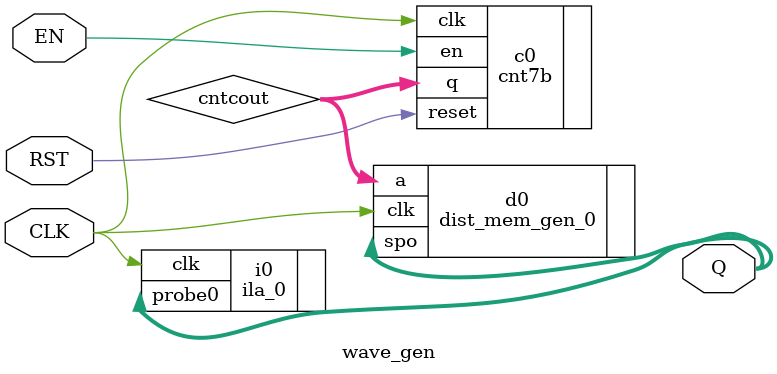
<source format=v>
module wave_gen (
    CLK,
    EN,
    RST,
    Q
);
    input CLK,RST,EN;
    output [7:0] Q;
    wire [6:0] cntcout;
    
    cnt7b c0(
        .clk(CLK),
        .en(EN),
        .q(cntcout),
        .reset(RST)
    );
    
    dist_mem_gen_0 d0(
                      .a(cntcout),
                      .clk(CLK),
                      .spo(Q)
    );
    
    ila_0 i0(
        .clk(CLK),
        .probe0(Q)
    );
    
endmodule
</source>
